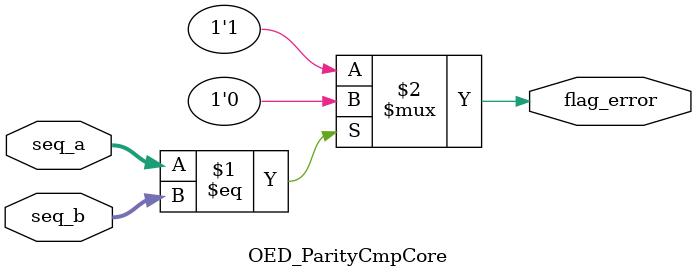
<source format=v>
`timescale 1ns / 1ps


module OED_ParityCmpCore(
    seq_a, seq_b, flag_error
    );

    parameter BITWIDTH_SEQ = 8;

    input wire [BITWIDTH_SEQ - 1 : 0] seq_a;
    input wire [BITWIDTH_SEQ - 1 : 0] seq_b;
    output wire flag_error;

    // cmp core
    assign flag_error = (seq_a == seq_b) ? (1'b0) : (1'b1);


endmodule

</source>
